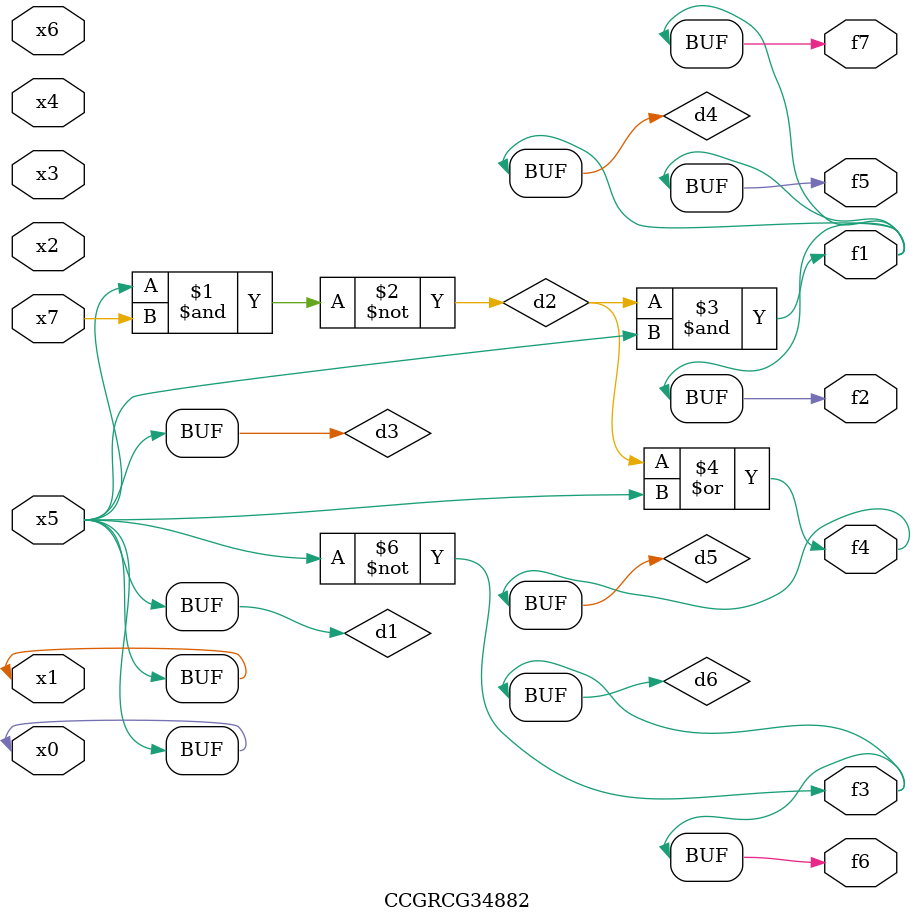
<source format=v>
module CCGRCG34882(
	input x0, x1, x2, x3, x4, x5, x6, x7,
	output f1, f2, f3, f4, f5, f6, f7
);

	wire d1, d2, d3, d4, d5, d6;

	buf (d1, x0, x5);
	nand (d2, x5, x7);
	buf (d3, x0, x1);
	and (d4, d2, d3);
	or (d5, d2, d3);
	nor (d6, d1, d3);
	assign f1 = d4;
	assign f2 = d4;
	assign f3 = d6;
	assign f4 = d5;
	assign f5 = d4;
	assign f6 = d6;
	assign f7 = d4;
endmodule

</source>
